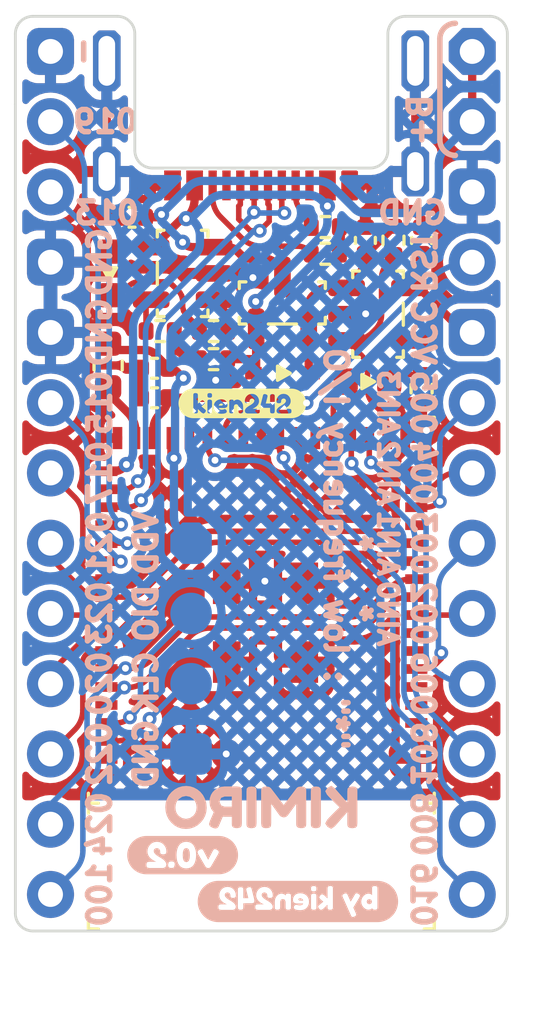
<source format=kicad_pcb>
(kicad_pcb (version 20211014) (generator pcbnew)
  (layers (0 "F.Cu" signal) (31 "B.Cu" signal) (34 "B.Paste" user) (35 "F.Paste" user) (36 "B.SilkS" user "B.Silkscreen") (37 "F.SilkS" user "F.Silkscreen") (38 "B.Mask" user) (39 "F.Mask" user) (44 "Edge.Cuts" user))
  (net 0 "")
  (net 1 "VBUS")
  (net 2 "GND")
  (net 3 "VDDH")
  (net 4 "VBAT")
  (net 5 "VCC")
  (net 6 "Net-(D2-Pad1)")
  (net 7 "Net-(J2-PadA5)")
  (net 8 "D+")
  (net 9 "D-")
  (net 11 "Net-(J2-PadB5)")
  (net 13 "DCCH")
  (net 14 "POWER_PIN")
  (net 15 "SWCLK")
  (net 16 "SWDIO")
  (net 27 "RST")
  (net 31 "VDD")
  (net 32 "LED")
  (net 35 "Net-(D3-Pad1)")
  (net 36 "Net-(R4-Pad2)")
  (net 37 "Net-(R5-Pad1)")
  (net 39 "019")
  (net 40 "013")
  (net 41 "015")
  (net 42 "017")
  (net 43 "021")
  (net 44 "023")
  (net 45 "020")
  (net 46 "022")
  (net 47 "024")
  (net 48 "100")
  (net 49 "005")
  (net 50 "004")
  (net 51 "003")
  (net 52 "002")
  (net 53 "006")
  (net 54 "108")
  (net 55 "008")
  (net 56 "016")
  (footprint "Diode_SMD:D_SOD-323" (layer "F.Cu") (at 76.962 45.9232 180)
    (fp_text reference "D1")
    (fp_text value "1N5819")
  )
  (footprint "Resistor_SMD:R_0402_1005Metric" (layer "F.Cu") (at 78.5114 40.64)
    (fp_text reference "R1")
    (fp_text value "5.1K")
  )
  (footprint "kibuzzard-62E24B57" (layer "F.Cu") (at 75.5142 47.0154)
    (fp_text reference "kibuzzard-62E24B57" hide)
    (fp_text value "G***" hide)
  )
  (footprint "Inductor_SMD:L_0603_1608Metric" (layer "F.Cu") (at 70.6628 45.6438 90)
    (fp_text reference "L1")
    (fp_text value "10uH")
  )
  (footprint "Capacitor_SMD:C_0402_1005Metric" (layer "F.Cu") (at 72.3392 45.7454 180)
    (fp_text reference "C7")
    (fp_text value "10uF")
  )
  (footprint "Resistor_SMD:R_0402_1005Metric" (layer "F.Cu") (at 81.9912 46.482 90)
    (fp_text reference "R11")
    (fp_text value "1K")
  )
  (footprint "Resistor_SMD:R_0402_1005Metric" (layer "F.Cu") (at 72.5424 44.3992)
    (fp_text reference "R5")
    (fp_text value "RPROG")
  )
  (footprint "kien242:USB-C-Low" (layer "F.Cu") (at 76.1894 38.6265)
    (fp_text reference "J2")
    (fp_text value "USB_C_Left")
  )
  (footprint "Resistor_SMD:R_0402_1005Metric" (layer "F.Cu") (at 78.5114 41.6052 180)
    (fp_text reference "R2")
    (fp_text value "5.1K")
  )
  (footprint "LED_SMD:LED_0603_1608Metric" (layer "F.Cu") (at 70.7136 42.3164 90)
    (fp_text reference "D3")
    (fp_text value "BLUE")
  )
  (footprint "Resistor_SMD:R_0402_1005Metric" (layer "F.Cu") (at 80.9752 41.1226 -90)
    (fp_text reference "R10")
    (fp_text value "10K")
  )
  (footprint "Package_TO_SOT_SMD:SOT-23-5" (layer "F.Cu") (at 73.3552 42.3164 180)
    (fp_text reference "U1")
    (fp_text value "TP4054")
  )
  (footprint "LED_SMD:LED_0603_1608Metric" (layer "F.Cu") (at 80.0354 46.228 180)
    (fp_text reference "D2")
    (fp_text value "BLUE")
  )
  (footprint "Package_TO_SOT_SMD:SOT-23" (layer "F.Cu") (at 76.962 43.3832 90)
    (fp_text reference "Q1")
    (fp_text value "AO3407")
  )
  (footprint "Capacitor_SMD:C_0402_1005Metric" (layer "F.Cu") (at 72.3392 46.8122 180)
    (fp_text reference "C8")
    (fp_text value "0.1uF")
  )
  (footprint "Capacitor_SMD:C_0402_1005Metric" (layer "F.Cu") (at 79.9592 41.1226 -90)
    (fp_text reference "C5")
    (fp_text value "10uF")
  )
  (footprint "Package_TO_SOT_SMD:SOT-23-5" (layer "F.Cu") (at 80.4164 43.7896)
    (fp_text reference "U4")
    (fp_text value "XC6220B331MR")
  )
  (footprint "Resistor_SMD:R_0402_1005Metric" (layer "F.Cu") (at 74.4728 44.3992)
    (fp_text reference "R4")
    (fp_text value "1K")
  )
  (footprint "kien242:MS88SF3-nRF52840" (layer "F.Cu") (at 76.2 56.769 180)
    (fp_text reference "U3")
    (fp_text value "MS88FS3")
  )
  (footprint "Kimiro-library:Conn_1x13_P2.54mm" (layer "F.Cu") (at 83.82 34.29)
    (fp_text reference "J4")
    (fp_text value "Right")
  )
  (footprint "Capacitor_SMD:C_0402_1005Metric" (layer "F.Cu") (at 81.9912 41.1226 -90)
    (fp_text reference "C6")
    (fp_text value "4.7uF")
  )
  (footprint "Capacitor_SMD:C_0402_1005Metric" (layer "F.Cu") (at 71.5264 40.2844 180)
    (fp_text reference "C1")
    (fp_text value "10nF")
  )
  (footprint "Kimiro-library:Conn_1x13_P2.54mm" (layer "F.Cu") (at 68.58 34.29)
    (fp_text reference "J3")
    (fp_text value "Left")
  )
  (footprint "Resistor_SMD:R_0402_1005Metric" (layer "F.Cu") (at 74.4728 45.4152 180)
    (fp_text reference "R3")
    (fp_text value "R")
  )
  (footprint "kibuzzard-62E126A5" (layer "B.Cu") (at 73.3552 63.3476 180)
    (fp_text reference "kibuzzard-62E126A5" hide)
    (fp_text value "G***" hide)
  )
  (footprint "kibuzzard-62E129EE" (layer "B.Cu") (at 77.5208 65.024 180)
    (fp_text reference "kibuzzard-62E129EE" hide)
    (fp_text value "G***" hide)
  )
  (footprint "Kimiro-library:Conn_1x04_P2.54mm" (layer "B.Cu") (at 73.66 55.88 90)
    (fp_text reference "J1")
    (fp_text value "Conn_01x04")
  )
  (footprint "kibuzzard-62E2A6C4" (layer "B.Cu") (at 76.2 61.6204 180)
    (fp_text reference "kibuzzard-62E2A6C4" hide)
    (fp_text value "G***" hide)
  )
  (gr_line (start 82.6516 37.4904) (end 82.6516 33.8328) (layer "B.SilkS") (width 0.2))
  (gr_arc (start 83.2104 38.0492) (mid 82.815269 37.885531) (end 82.6516 37.4904) (layer "B.SilkS") (width 0.2))
  (gr_arc (start 82.6516 33.8328) (mid 82.815269 33.437669) (end 83.2104 33.274) (layer "B.SilkS") (width 0.2))
  (gr_line (start 85.09 58.8518) (end 85.09 65.4558) (layer "Edge.Cuts") (width 0.1))
  (gr_arc (start 70.993 33.02) (mid 71.442013 33.205987) (end 71.628 33.655) (layer "Edge.Cuts") (width 0.1))
  (gr_arc (start 85.09 65.4558) (mid 84.904013 65.904813) (end 84.455 66.0908) (layer "Edge.Cuts") (width 0.1))
  (gr_line (start 85.09 36.195) (end 85.09 33.655) (layer "Edge.Cuts") (width 0.1))
  (gr_line (start 81.407 33.02) (end 84.455 33.02) (layer "Edge.Cuts") (width 0.1))
  (gr_line (start 85.09 58.8518) (end 85.09 36.195) (layer "Edge.Cuts") (width 0.1))
  (gr_line (start 67.31 36.195) (end 67.31 33.655) (layer "Edge.Cuts") (width 0.1))
  (gr_arc (start 80.772 33.655) (mid 80.957987 33.205987) (end 81.407 33.02) (layer "Edge.Cuts") (width 0.1))
  (gr_line (start 80.772 33.655) (end 80.772 37.8714) (layer "Edge.Cuts") (width 0.1))
  (gr_arc (start 80.772 37.8714) (mid 80.586013 38.320413) (end 80.137 38.5064) (layer "Edge.Cuts") (width 0.1))
  (gr_line (start 67.945 66.0908) (end 78.2214 66.0908) (layer "Edge.Cuts") (width 0.1))
  (gr_line (start 72.263 38.5064) (end 80.137 38.5064) (layer "Edge.Cuts") (width 0.1))
  (gr_line (start 70.993 33.02) (end 67.945 33.02) (layer "Edge.Cuts") (width 0.1))
  (gr_arc (start 67.31 33.655) (mid 67.495987 33.205987) (end 67.945 33.02) (layer "Edge.Cuts") (width 0.1))
  (gr_line (start 67.31 65.4558) (end 67.31 36.195) (layer "Edge.Cuts") (width 0.1))
  (gr_line (start 84.455 66.0908) (end 78.2214 66.0908) (layer "Edge.Cuts") (width 0.1))
  (gr_arc (start 72.263 38.5064) (mid 71.813987 38.320413) (end 71.628 37.8714) (layer "Edge.Cuts") (width 0.1))
  (gr_line (start 71.628 33.655) (end 71.628 37.8714) (layer "Edge.Cuts") (width 0.1))
  (gr_arc (start 84.455 33.02) (mid 84.904013 33.205987) (end 85.09 33.655) (layer "Edge.Cuts") (width 0.1))
  (gr_arc (start 67.945 66.0908) (mid 67.495987 65.904813) (end 67.31 65.4558) (layer "Edge.Cuts") (width 0.1))
  (gr_text "RST" (at 82.042 41.91 270) (layer "B.SilkS") (effects (font (size 0.8 0.8) (thickness 0.2)) (justify mirror)))
  (gr_text "*" (at 80.264 54.61 90) (layer "B.SilkS") (effects (font (size 0.8 0.8) (thickness 0.2)) (justify mirror)))
  (gr_text "108" (at 82.042 59.69 270) (layer "B.SilkS") (effects (font (size 0.8 0.8) (thickness 0.2)) (justify mirror)))
  (gr_text "AIN2" (at 80.772 49.53 270) (layer "B.SilkS") (effects (font (size 0.7 0.7) (thickness 0.175)) (justify mirror)))
  (gr_text "006" (at 82.042 57.15 270) (layer "B.SilkS") (effects (font (size 0.8 0.8) (thickness 0.2)) (justify mirror)))
  (gr_text "022" (at 70.358 59.69 90) (layer "B.SilkS") (effects (font (size 0.8 0.8) (thickness 0.2)) (justify mirror)))
  (gr_text "GND" (at 70.358 41.91 90) (layer "B.SilkS") (effects (font (size 0.8 0.8) (thickness 0.2)) (justify mirror)))
  (gr_text "024" (at 70.358 62.23 90) (layer "B.SilkS") (effects (font (size 0.8 0.8) (thickness 0.2)) (justify mirror)))
  (gr_text "016\n" (at 82.042 64.77 270) (layer "B.SilkS") (effects (font (size 0.8 0.8) (thickness 0.2)) (justify mirror)))
  (gr_text "015\n" (at 70.358 46.99 90) (layer "B.SilkS") (effects (font (size 0.8 0.8) (thickness 0.2)) (justify mirror)))
  (gr_text "CLK" (at 72.0344 57.1246 90) (layer "B.SilkS") (effects (font (size 0.8 0.8) (thickness 0.2)) (justify mirror)))
  (gr_text "017" (at 70.358 49.53 90) (layer "B.SilkS") (effects (font (size 0.8 0.8) (thickness 0.2)) (justify mirror)))
  (gr_text "005" (at 82.042 46.99 270) (layer "B.SilkS") (effects (font (size 0.8 0.8) (thickness 0.2)) (justify mirror)))
  (gr_text "{dblquote}*{dblquote} : low frequency I/O" (at 78.8924 52.2732 270) (layer "B.SilkS") (effects (font (size 0.8 0.8) (thickness 0.2)) (justify mirror)))
  (gr_text "002" (at 82.042 54.61 270) (layer "B.SilkS") (effects (font (size 0.8 0.8) (thickness 0.2)) (justify mirror)))
  (gr_text "B+" (at 81.9404 36.7792 90) (layer "B.SilkS") (effects (font (size 0.8 0.8) (thickness 0.2)) (justify mirror)))
  (gr_text "VDD" (at 72.0344 52.07 90) (layer "B.SilkS") (effects (font (size 0.8 0.8) (thickness 0.2)) (justify mirror)))
  (gr_text "DIO" (at 72.0344 54.61 90) (layer "B.SilkS") (effects (font (size 0.8 0.8) (thickness 0.2)) (justify mirror)))
  (gr_text "023" (at 70.358 54.61 90) (layer "B.SilkS") (effects (font (size 0.8 0.8) (thickness 0.2)) (justify mirror)))
  (gr_text "-" (at 69.723 34.29 90) (layer "B.SilkS") (effects (font (size 0.8 0.8) (thickness 0.2)) (justify mirror)))
  (gr_text "GND" (at 81.661 40.12695) (layer "B.SilkS") (effects (font (size 0.8 0.8) (thickness 0.2)) (justify mirror)))
  (gr_text "VCC" (at 82.042 44.45 270) (layer "B.SilkS") (effects (font (size 0.8 0.8) (thickness 0.2)) (justify mirror)))
  (gr_text "004" (at 82.042 49.53 270) (layer "B.SilkS") (effects (font (size 0.8 0.8) (thickness 0.2)) (justify mirror)))
  (gr_text "021" (at 70.358 52.07 90) (layer "B.SilkS") (effects (font (size 0.8 0.8) (thickness 0.2)) (justify mirror)))
  (gr_text "008" (at 82.042 62.23 270) (layer "B.SilkS") (effects (font (size 0.8 0.8) (thickness 0.2)) (justify mirror)))
  (gr_text "GND" (at 72.0344 59.69 90) (layer "B.SilkS") (effects (font (size 0.8 0.8) (thickness 0.2)) (justify mirror)))
  (gr_text "003" (at 82.042 52.07 270) (layer "B.SilkS") (effects (font (size 0.8 0.8) (thickness 0.2)) (justify mirror)))
  (gr_text "*" (at 80.264 52.07 90) (layer "B.SilkS") (effects (font (size 0.8 0.8) (thickness 0.2)) (justify mirror)))
  (gr_text "AIN0" (at 80.772 54.61 270) (layer "B.SilkS") (effects (font (size 0.7 0.7) (thickness 0.175)) (justify mirror)))
  (gr_text "013\n" (at 70.612 40.132) (layer "B.SilkS") (effects (font (size 0.8 0.8) (thickness 0.2)) (justify mirror)))
  (gr_text "AIN1" (at 80.772 52.07 270) (layer "B.SilkS") (effects (font (size 0.7 0.7) (thickness 0.175)) (justify mirror)))
  (gr_text "020" (at 70.358 57.15 90) (layer "B.SilkS") (effects (font (size 0.8 0.8) (thickness 0.2)) (justify mirror)))
  (gr_text "100" (at 70.358 64.77 90) (layer "B.SilkS") (effects (font (size 0.8 0.8) (thickness 0.2)) (justify mirror)))
  (gr_text "GND" (at 70.358 44.45 90) (layer "B.SilkS") (effects (font (size 0.8 0.8) (thickness 0.2)) (justify mirror)))
  (gr_text "019" (at 70.5612 36.83) (layer "B.SilkS") (effects (font (size 0.8 0.8) (thickness 0.2)) (justify mirror)))
  (gr_text "AIN3" (at 80.772 46.99 270) (layer "B.SilkS") (effects (font (size 0.7 0.7) (thickness 0.175)) (justify mirror)))
  (segment (start 73.7894 39.613786) (end 73.7894 39.1345) (width 0.3) (layer "F.Cu") (net 1))
  (segment (start 73.4822 40.3352) (end 73.496507 40.320893) (width 0.3) (layer "F.Cu") (net 1))
  (segment (start 73.323931 40.3352) (end 72.292731 41.3664) (width 0.3) (layer "F.Cu") (net 1))
  (segment (start 72.292731 41.3664) (end 71.0793 41.3664) (width 0.3) (layer "F.Cu") (net 1))
  (segment (start 71.0793 41.3664) (end 70.7136 41.7321) (width 0.3) (layer "F.Cu") (net 1))
  (segment (start 78.5876 39.1363) (end 78.5894 39.1345) (width 0.3) (layer "F.Cu") (net 1))
  (segment (start 76.012 44.3207) (end 76.012 45.3746) (width 0.3) (layer "F.Cu") (net 1))
  (segment (start 76.012 45.874) (end 75.912 45.974) (width 0.3) (layer "F.Cu") (net 1))
  (segment (start 71.3232 49.2252) (end 71.225846 49.322554) (width 0.3) (layer "F.Cu") (net 1))
  (segment (start 78.5876 39.878) (end 78.5876 39.1363) (width 0.3) (layer "F.Cu") (net 1))
  (segment (start 75.9714 45.4152) (end 76.012 45.3746) (width 0.3) (layer "F.Cu") (net 1))
  (segment (start 70.872293 49.469) (end 70.6 49.469) (width 0.3) (layer "F.Cu") (net 1))
  (segment (start 76.012 43.3476) (end 76.012 44.3207) (width 0.3) (layer "F.Cu") (net 1))
  (segment (start 76.012 45.3746) (end 76.012 45.874) (width 0.3) (layer "F.Cu") (net 1))
  (segment (start 74.9828 45.4152) (end 75.9714 45.4152) (width 0.3) (layer "F.Cu") (net 1))
  (segment (start 75.9968 43.3324) (end 76.012 43.3476) (width 0.3) (layer "F.Cu") (net 1))
  (segment (start 73.4822 40.3352) (end 73.323931 40.3352) (width 0.3) (layer "F.Cu") (net 1))
  (via (at 75.9968 43.3324) (size 0.55) (drill 0.25) (layers "F.Cu" "B.Cu") (net 1))
  (via (at 78.5876 39.878) (size 0.55) (drill 0.25) (layers "F.Cu" "B.Cu") (net 1))
  (via (at 71.3232 49.2252) (size 0.55) (drill 0.25) (layers "F.Cu" "B.Cu") (net 1))
  (via (at 73.4822 40.3352) (size 0.55) (drill 0.25) (layers "F.Cu" "B.Cu") (net 1))
  (arc (start 70.872293 49.469) (mid 71.063634 49.43094) (end 71.225846 49.322554) (width 0.3) (layer "F.Cu") (net 1))
  (arc (start 73.7894 39.613786) (mid 73.71328 39.996469) (end 73.496507 40.320893) (width 0.3) (layer "F.Cu") (net 1))
  (segment (start 74.83426 39.4716) (end 77.5462 39.4716) (width 0.3) (layer "B.Cu") (net 1))
  (segment (start 73.4822 40.3352) (end 73.66 40.3352) (width 0.3) (layer "B.Cu") (net 1))
  (segment (start 71.419336 49.129064) (end 71.3232 49.2252) (width 0.3) (layer "B.Cu") (net 1))
  (segment (start 73.832649 41.599693) (end 71.858676 43.573666) (width 0.3) (layer "B.Cu") (net 1))
  (segment (start 73.979096 40.964956) (end 73.979096 41.246139) (width 0.3) (layer "B.Cu") (net 1))
  (segment (start 78.5876 40.43094) (end 78.5876 39.878) (width 0.3) (layer "B.Cu") (net 1))
  (segment (start 77.5462 39.4716) (end 77.87054 39.4716) (width 0.3) (layer "B.Cu") (net 1))
  (segment (start 78.40087 39.69127) (end 78.5876 39.878) (width 0.3) (layer "B.Cu") (net 1))
  (segment (start 71.565783 44.280773) (end 71.565783 48.77551) (width 0.3) (layer "B.Cu") (net 1))
  (segment (start 77.5462 39.4716) (end 77.5716 39.4716) (width 0.3) (layer "B.Cu") (net 1))
  (segment (start 73.66 40.3352) (end 74.30393 39.69127) (width 0.3) (layer "B.Cu") (net 1))
  (segment (start 73.66 40.3352) (end 73.759426 40.434626) (width 0.3) (layer "B.Cu") (net 1))
  (segment (start 75.9968 43.3324) (end 78.36793 40.96127) (width 0.3) (layer "B.Cu") (net 1))
  (arc (start 73.979096 40.964956) (mid 73.922006 40.677943) (end 73.759426 40.434626) (width 0.3) (layer "B.Cu") (net 1))
  (arc (start 74.30393 39.69127) (mid 74.547247 39.52869) (end 74.83426 39.4716) (width 0.3) (layer "B.Cu") (net 1))
  (arc (start 71.419336 49.129064) (mid 71.527723 48.966852) (end 71.565783 48.77551) (width 0.3) (layer "B.Cu") (net 1))
  (arc (start 78.5876 40.43094) (mid 78.53051 40.717953) (end 78.36793 40.96127) (width 0.3) (layer "B.Cu") (net 1))
  (arc (start 77.87054 39.4716) (mid 78.157553 39.52869) (end 78.40087 39.69127) (width 0.3) (layer "B.Cu") (net 1))
  (arc (start 73.979096 41.246139) (mid 73.941036 41.437481) (end 73.832649 41.599693) (width 0.3) (layer "B.Cu") (net 1))
  (arc (start 71.565783 44.280773) (mid 71.641903 43.89809) (end 71.858676 43.573666) (width 0.3) (layer "B.Cu") (net 1))
  (segment (start 81.661 40.005) (end 81.3816 40.005) (width 0.3) (layer "F.Cu") (net 2))
  (segment (start 81.7644 38.6305) (end 81.7644 34.6305) (width 0.3) (layer "F.Cu") (net 2))
  (segment (start 79.0214 41.6052) (end 79.0214 40.64) (width 0.3) (layer "F.Cu") (net 2))
  (segment (start 75.8952 42.4688) (end 75.7428 42.3164) (width 0.3) (layer "F.Cu") (net 2))
  (segment (start 81.9912 40.3352) (end 81.661 40.005) (width 0.3) (layer "F.Cu") (net 2))
  (segment (start 73.9628 45.4152) (end 73.841707 45.4152) (width 0.3) (layer "F.Cu") (net 2))
  (segment (start 71.0464 40.0786) (end 71.9513 39.1737) (width 0.3) (layer "F.Cu") (net 2))
  (segment (start 73.0524 44.625893) (end 73.0524 44.3992) (width 0.3) (layer "F.Cu") (net 2))
  (segment (start 80.264 39.7256) (end 80.264 39.3192) (width 0.3) (layer "F.Cu") (net 2))
  (segment (start 79.2281 43.7896) (end 79.956367 43.7896) (width 0.3) (layer "F.Cu") (net 2))
  (segment (start 81.7361 38.6588) (end 80.9244 38.6588) (width 0.3) (layer "F.Cu") (net 2))
  (segment (start 79.9566 40.64) (end 79.9592 40.6426) (width 0.3) (layer "F.Cu") (net 2))
  (segment (start 74.0918 46.1772) (end 74.0056 46.091) (width 0.3) (layer "F.Cu") (net 2))
  (segment (start 75.7428 42.3164) (end 74.4927 42.3164) (width 0.3) (layer "F.Cu") (net 2))
  (segment (start 79.956367 43.7896) (end 79.9689 43.777067) (width 0.3) (layer "F.Cu") (net 2))
  (segment (start 71.9513 39.1345) (end 71.4473 38.6305) (width 0.3) (layer "F.Cu") (net 2))
  (segment (start 71.9513 39.1737) (end 71.9513 39.1345) (width 0.3) (layer "F.Cu") (net 2))
  (segment (start 80.0285 39.1345) (end 80.0793 39.1345) (width 0.3) (layer "F.Cu") (net 2))
  (segment (start 73.488153 45.268753) (end 73.198846 44.979446) (width 0.3) (layer "F.Cu") (net 2))
  (segment (start 79.9592 40.6426) (end 79.9592 40.0304) (width 0.3) (layer "F.Cu") (net 2))
  (segment (start 74.549 46.1772) (end 74.0918 46.1772) (width 0.3) (layer "F.Cu") (net 2))
  (segment (start 81.9912 40.6426) (end 81.9912 40.3352) (width 0.3) (layer "F.Cu") (net 2))
  (segment (start 70.612 40.2844) (end 70.5612 40.2336) (width 0.3) (layer "F.Cu") (net 2))
  (segment (start 80.264 39.3192) (end 80.4487 39.1345) (width 0.3) (layer "F.Cu") (net 2))
  (segment (start 81.4 48.6988) (end 80.8736 49.2252) (width 0.3) (layer "F.Cu") (net 2))
  (segment (start 82.166359 48.084841) (end 81.9822 48.269) (width 0.3) (layer "F.Cu") (net 2))
  (segment (start 74.0056 45.458) (end 73.9628 45.4152) (width 0.3) (layer "F.Cu") (net 2))
  (segment (start 68.58 44.4246) (end 68.58 41.8846) (width 0.5) (layer "F.Cu") (net 2))
  (segment (start 70.6144 40.1804) (end 70.6144 38.6305) (width 0.3) (layer "F.Cu") (net 2))
  (segment (start 82.166359 47.991945) (end 82.166359 48.084841) (width 0.3) (layer "F.Cu") (net 2))
  (segment (start 70.6144 38.6305) (end 70.6144 34.6305) (width 0.3) (layer "F.Cu") (net 2))
  (segment (start 80.4487 39.1345) (end 80.0285 39.1345) (width 0.3) (layer "F.Cu") (net 2))
  (segment (start 80.038 39.144) (end 80.0285 39.1345) (width 0.3) (layer "F.Cu") (net 2))
  (segment (start 71.8592 46.8122) (end 71.8592 45.7454) (width 0.3) (layer "F.Cu") (net 2))
  (segment (start 79.0214 40.64) (end 79.9566 40.64) (width 0.3) (layer "F.Cu") (net 2))
  (segment (start 79.9592 40.0304) (end 80.264 39.7256) (width 0.3) (layer "F.Cu") (net 2))
  (segment (start 71.4473 38.6305) (end 70.6144 38.6305) (width 0.3) (layer "F.Cu") (net 2))
  (segment (start 71.0464 40.2844) (end 71.0464 40.0786) (width 0.3) (layer "F.Cu") (net 2))
  (segment (start 79.3894 39.1345) (end 80.0285 39.1345) (width 0.3) (layer "F.Cu") (net 2))
  (segment (start 72.9894 39.1345) (end 71.9513 39.1345) (width 0.3) (layer "F.Cu") (net 2))
  (segment (start 80.9244 38.6588) (end 80.4487 39.1345) (width 0.3) (layer "F.Cu") (net 2))
  (segment (start 70.9168 40.2844) (end 70.612 40.2844) (width 0.3) (layer "F.Cu") (net 2))
  (segment (start 70.5612 40.2336) (end 70.6144 40.1804) (width 0.3) (layer "F.Cu") (net 2))
  (segment (start 81.7644 38.6305) (end 81.7361 38.6588) (width 0.3) (layer "F.Cu") (net 2))
  (segment (start 81.4 48.269) (end 81.4 48.6988) (width 0.3) (layer "F.Cu") (net 2))
  (segment (start 81.9822 48.269) (end 81.4 48.269) (width 0.3) (layer "F.Cu") (net 2))
  (segment (start 74.0056 46.091) (end 74.0056 45.458) (width 0.3) (layer "F.Cu") (net 2))
  (segment (start 80.0793 39.1345) (end 80.264 39.3192) (width 0.3) (layer "F.Cu") (net 2))
  (via (at 74.549 46.1772) (size 0.55) (drill 0.25) (layers "F.Cu" "B.Cu") (net 2))
  (via (at 79.9689 43.777067) (size 0.55) (drill 0.25) (layers "F.Cu" "B.Cu") (net 2))
  (via (at 82.166359 47.991945) (size 0.55) (drill 0.25) (layers "F.Cu" "B.Cu") (net 2))
  (via (at 74.93 59.69) (size 0.5) (drill 0.25) (layers "F.Cu" "B.Cu") (net 2))
  (via (at 76.327 53.4416) (size 0.5) (drill 0.25) (layers "F.Cu" "B.Cu") (net 2))
  (via (at 75.8952 42.4688) (size 0.55) (drill 0.25) (layers "F.Cu" "B.Cu") (net 2))
  (arc (start 73.198846 44.979446) (mid 73.09046 44.817234) (end 73.0524 44.625893) (width 0.3) (layer "F.Cu") (net 2))
  (arc (start 73.488153 45.268753) (mid 73.650365 45.37714) (end 73.841707 45.4152) (width 0.3) (layer "F.Cu") (net 2))
  (segment (start 68.58 44.45) (end 68.58 41.91) (width 0.5) (layer "B.Cu") (net 2))
  (segment (start 77.912 43.478507) (end 77.912 44.3207) (width 0.3) (layer "F.Cu") (net 3))
  (segment (start 72.8192 46.8122) (end 76.55248 46.8122) (width 0.3) (layer "F.Cu") (net 3))
  (segment (start 79.2281 42.8396) (end 79.682682 42.385018) (width 0.3) (layer "F.Cu") (net 3))
  (segment (start 72.601844 47.336956) (end 72.51967 47.41913) (width 0.3) (layer "F.Cu") (net 3))
  (segment (start 78.197353 42.986047) (end 78.058446 43.124954) (width 0.3) (layer "F.Cu") (net 3))
  (segment (start 79.2789 42.8396) (end 78.550907 42.8396) (width 0.3) (layer "F.Cu") (net 3))
  (segment (start 77.912 44.3207) (end 77.912 45.874) (width 0.3) (layer "F.Cu") (net 3))
  (segment (start 80.966765 40.638) (end 81.0768 40.638) (width 0.3) (layer "F.Cu") (net 3))
  (segment (start 77.61314 46.37286) (end 78.012 45.974) (width 0.3) (layer "F.Cu") (net 3))
  (segment (start 80.01 41.594765) (end 80.966765 40.638) (width 0.3) (layer "F.Cu") (net 3))
  (segment (start 77.912 45.874) (end 78.012 45.974) (width 0.3) (layer "F.Cu") (net 3))
  (segment (start 72.3 47.94946) (end 72.3 48.269) (width 0.3) (layer "F.Cu") (net 3))
  (arc (start 78.058446 43.124954) (mid 77.95006 43.287166) (end 77.912 43.478507) (width 0.3) (layer "F.Cu") (net 3))
  (arc (start 80.01 41.594765) (mid 79.924933 42.022464) (end 79.682682 42.385018) (width 0.3) (layer "F.Cu") (net 3))
  (arc (start 72.51967 47.41913) (mid 72.35709 47.662447) (end 72.3 47.94946) (width 0.3) (layer "F.Cu") (net 3))
  (arc (start 76.55248 46.8122) (mid 77.126505 46.698019) (end 77.61314 46.37286) (width 0.3) (layer "F.Cu") (net 3))
  (arc (start 78.197353 42.986047) (mid 78.359565 42.87766) (end 78.550907 42.8396) (width 0.3) (layer "F.Cu") (net 3))
  (arc (start 72.8192 46.8122) (mid 72.762711 47.096201) (end 72.601844 47.336956) (width 0.3) (layer "F.Cu") (net 3))
  (segment (start 74.4927 41.3664) (end 73.738652 41.3664) (width 0.3) (layer "F.Cu") (net 4))
  (segment (start 72.593177 40.182777) (end 72.491554 40.2844) (width 0.3) (layer "F.Cu") (net 4))
  (segment (start 83.82 34.29) (end 83.82 36.83) (width 0.3) (layer "F.Cu") (net 4))
  (segment (start 76.321772 41.781679) (end 75.806182 41.781679) (width 0.3) (layer "F.Cu") (net 4))
  (segment (start 75.452628 41.635232) (end 75.330244 41.512847) (width 0.3) (layer "F.Cu") (net 4))
  (segment (start 72.491554 40.2844) (end 72.1588 40.2844) (width 0.3) (layer "F.Cu") (net 4))
  (segment (start 74.97669 41.3664) (end 74.4927 41.3664) (width 0.3) (layer "F.Cu") (net 4))
  (segment (start 76.962 42.4457) (end 76.962 42.2148) (width 0.3) (layer "F.Cu") (net 4))
  (segment (start 76.962 42.2148) (end 76.675325 41.928125) (width 0.3) (layer "F.Cu") (net 4))
  (segment (start 73.38513 41.219953) (end 73.354096 41.188919) (width 0.3) (layer "F.Cu") (net 4))
  (via (at 72.593177 40.182777) (size 0.55) (drill 0.25) (layers "F.Cu" "B.Cu") (net 4))
  (via (at 73.354096 41.188919) (size 0.55) (drill 0.25) (layers "F.Cu" "B.Cu") (net 4))
  (arc (start 76.675325 41.928125) (mid 76.513113 41.819739) (end 76.321772 41.781679) (width 0.3) (layer "F.Cu") (net 4))
  (arc (start 73.738652 41.3664) (mid 73.547334 41.328343) (end 73.38513 41.219953) (width 0.3) (layer "F.Cu") (net 4))
  (arc (start 75.452628 41.635232) (mid 75.61484 41.743619) (end 75.806182 41.781679) (width 0.3) (layer "F.Cu") (net 4))
  (arc (start 74.97669 41.3664) (mid 75.168032 41.40446) (end 75.330244 41.512847) (width 0.3) (layer "F.Cu") (net 4))
  (segment (start 79.579037 39.985553) (end 78.784754 39.19127) (width 0.3) (layer "B.Cu") (net 4))
  (segment (start 72.593177 40.428) (end 73.354096 41.188919) (width 0.3) (layer "B.Cu") (net 4))
  (segment (start 83.82 36.83) (end 82.83407 37.81593) (width 0.3) (layer "B.Cu") (net 4))
  (segment (start 72.593177 40.182777) (end 72.593177 40.428) (width 0.3) (layer "B.Cu") (net 4))
  (segment (start 72.593177 40.162539) (end 72.593177 40.182777) (width 0.3) (layer "B.Cu") (net 4))
  (segment (start 73.564446 39.19127) (end 72.593177 40.162539) (width 0.3) (layer "B.Cu") (net 4))
  (segment (start 82.6144 38.34626) (end 82.6144 39.327093) (width 0.3) (layer "B.Cu") (net 4))
  (segment (start 78.254424 38.9716) (end 74.094776 38.9716) (width 0.3) (layer "B.Cu") (net 4))
  (segment (start 82.467953 39.680647) (end 82.163046 39.985554) (width 0.3) (layer "B.Cu") (net 4))
  (segment (start 81.809493 40.132) (end 79.932591 40.132) (width 0.3) (layer "B.Cu") (net 4))
  (arc (start 82.83407 37.81593) (mid 82.67149 38.059247) (end 82.6144 38.34626) (width 0.3) (layer "B.Cu") (net 4))
  (arc (start 79.579037 39.985553) (mid 79.741249 40.09394) (end 79.932591 40.132) (width 0.3) (layer "B.Cu") (net 4))
  (arc (start 81.809493 40.132) (mid 82.000834 40.09394) (end 82.163046 39.985554) (width 0.3) (layer "B.Cu") (net 4))
  (arc (start 74.094776 38.9716) (mid 73.807763 39.02869) (end 73.564446 39.19127) (width 0.3) (layer "B.Cu") (net 4))
  (arc (start 82.6144 39.327093) (mid 82.57634 39.518435) (end 82.467953 39.680647) (width 0.3) (layer "B.Cu") (net 4))
  (arc (start 78.784754 39.19127) (mid 78.541437 39.02869) (end 78.254424 38.9716) (width 0.3) (layer "B.Cu") (net 4))
  (segment (start 83.5152 44.45) (end 83.82 44.45) (width 0.3) (layer "F.Cu") (net 5))
  (segment (start 81.5031 42.8396) (end 81.7982 42.8396) (width 0.3) (layer "F.Cu") (net 5))
  (segment (start 81.5031 42.8396) (end 81.9048 42.8396) (width 0.3) (layer "F.Cu") (net 5))
  (segment (start 81.9048 42.8396) (end 83.5152 44.45) (width 0.3) (layer "F.Cu") (net 5))
  (segment (start 81.9912 41.6026) (end 81.9912 42.6466) (width 0.3) (layer "F.Cu") (net 5))
  (segment (start 81.7982 42.8396) (end 81.9912 42.6466) (width 0.3) (layer "F.Cu") (net 5))
  (segment (start 81.0027 45.972) (end 80.8483 46.1264) (width 0.2) (layer "F.Cu") (net 6))
  (segment (start 81.9912 45.972) (end 81.0027 45.972) (width 0.2) (layer "F.Cu") (net 6))
  (segment (start 77.976 40.64) (end 78.0776 40.64) (width 0.2) (layer "F.Cu") (net 7))
  (segment (start 77.65907 40.060552) (end 77.976 40.377482) (width 0.2) (layer "F.Cu") (net 7))
  (segment (start 77.976 40.377482) (end 77.976 40.64) (width 0.2) (layer "F.Cu") (net 7))
  (segment (start 77.4394 39.1345) (end 77.4394 39.530222) (width 0.2) (layer "F.Cu") (net 7))
  (arc (start 77.4394 39.530222) (mid 77.49649 39.817235) (end 77.65907 40.060552) (width 0.2) (layer "F.Cu") (net 7))
  (segment (start 76.482672 40.433142) (end 76.482672 39.849917) (width 0.2) (layer "F.Cu") (net 8))
  (segment (start 76.141854 40.77396) (end 75.80056 40.77396) (width 0.2) (layer "F.Cu") (net 8))
  (segment (start 75.383172 39.878493) (end 75.4394 39.822265) (width 0.2) (layer "F.Cu") (net 8))
  (segment (start 75.80056 40.77396) (end 75.383172 40.356572) (width 0.2) (layer "F.Cu") (net 8))
  (segment (start 75.4394 39.822265) (end 75.4394 39.1345) (width 0.2) (layer "F.Cu") (net 8))
  (segment (start 75.383172 40.356572) (end 75.383172 39.878493) (width 0.2) (layer "F.Cu") (net 8))
  (segment (start 71.391915 50.769) (end 70.6 50.769) (width 0.2) (layer "F.Cu") (net 8))
  (segment (start 71.852031 50.515991) (end 71.745468 50.622554) (width 0.2) (layer "F.Cu") (net 8))
  (segment (start 76.482672 39.849917) (end 76.4394 39.806645) (width 0.2) (layer "F.Cu") (net 8))
  (segment (start 76.4394 39.806645) (end 76.4394 39.3055) (width 0.2) (layer "F.Cu") (net 8))
  (segment (start 76.141854 40.77396) (end 76.482672 40.433142) (width 0.2) (layer "F.Cu") (net 8))
  (via (at 71.852031 50.515991) (size 0.5) (drill 0.25) (layers "F.Cu" "B.Cu") (net 8))
  (via (at 76.141854 40.77396) (size 0.5) (drill 0.25) (layers "F.Cu" "B.Cu") (net 8))
  (arc (start 71.745468 50.622554) (mid 71.583256 50.73094) (end 71.391915 50.769) (width 0.2) (layer "F.Cu") (net 8))
  (segment (start 76.141854 40.77396) (end 75.931175 40.77396) (width 0.2) (layer "B.Cu") (net 8))
  (segment (start 72.319337 50.048685) (end 71.852031 50.515991) (width 0.2) (layer "B.Cu") (net 8))
  (segment (start 72.465783 44.653566) (end 72.465783 49.695132) (width 0.2) (layer "B.Cu") (net 8))
  (segment (start 75.931175 40.77396) (end 72.758676 43.946459) (width 0.2) (layer "B.Cu") (net 8))
  (arc (start 72.465783 49.695132) (mid 72.427723 49.886473) (end 72.319337 50.048685) (width 0.2) (layer "B.Cu") (net 8))
  (arc (start 72.758676 43.946459) (mid 72.541903 44.270882) (end 72.465783 44.653566) (width 0.2) (layer "B.Cu") (net 8))
  (segment (start 70.6 50.119) (end 71.238818 50.119) (width 0.2) (layer "F.Cu") (net 9))
  (segment (start 76.94726 39.31336) (end 76.9394 39.3055) (width 0.2) (layer "F.Cu") (net 9))
  (segment (start 76.9394 39.1345) (end 76.9394 40.039228) (width 0.2) (layer "F.Cu") (net 9))
  (segment (start 75.933172 40.106311) (end 75.9394 40.100083) (width 0.2) (layer "F.Cu") (net 9))
  (segment (start 75.9394 40.100083) (end 75.9394 39.3055) (width 0.2) (layer "F.Cu") (net 9))
  (segment (start 71.592372 49.972553) (end 71.739292 49.825633) (width 0.2) (layer "F.Cu") (net 9))
  (segment (start 77.032172 40.132) (end 76.95512 40.054948) (width 0.2) (layer "F.Cu") (net 9))
  (segment (start 76.9394 40.039228) (end 77.032172 40.132) (width 0.2) (layer "F.Cu") (net 9))
  (via (at 71.739292 49.825633) (size 0.5) (drill 0.25) (layers "F.Cu" "B.Cu") (net 9))
  (via (at 75.933172 40.106311) (size 0.5) (drill 0.25) (layers "F.Cu" "B.Cu") (net 9))
  (via (at 77.032172 40.132) (size 0.5) (drill 0.25) (layers "F.Cu" "B.Cu") (net 9))
  (arc (start 71.238818 50.119) (mid 71.43016 50.08094) (end 71.592372 49.972553) (width 0.2) (layer "F.Cu") (net 9))
  (arc (start 76.95512 39.332335) (mid 76.953077 39.322065) (end 76.94726 39.31336) (width 0.2) (layer "F.Cu") (net 9))
  (segment (start 72.015783 44.467169) (end 72.015783 49.342035) (width 0.2) (layer "B.Cu") (net 9))
  (segment (start 71.869336 49.695589) (end 71.739292 49.825633) (width 0.2) (layer "B.Cu") (net 9))
  (segment (start 75.958861 40.132) (end 77.032172 40.132) (width 0.2) (layer "B.Cu") (net 9))
  (segment (start 75.933172 40.135566) (end 72.308676 43.760062) (width 0.2) (layer "B.Cu") (net 9))
  (arc (start 72.015783 49.342035) (mid 71.977723 49.533377) (end 71.869336 49.695589) (width 0.2) (layer "B.Cu") (net 9))
  (arc (start 72.308676 43.760062) (mid 72.091913 44.084491) (end 72.015783 44.467169) (width 0.2) (layer "B.Cu") (net 9))
  (segment (start 74.4394 39.1345) (end 74.4394 39.571393) (width 0.2) (layer "F.Cu") (net 11))
  (segment (start 76.199686 41.331679) (end 77.520772 41.331679) (width 0.2) (layer "F.Cu") (net 11))
  (segment (start 77.874326 41.478126) (end 78.0014 41.6052) (width 0.2) (layer "F.Cu") (net 11))
  (segment (start 74.732293 40.2785) (end 75.492579 41.038786) (width 0.2) (layer "F.Cu") (net 11))
  (arc (start 76.199686 41.331679) (mid 75.817003 41.255559) (end 75.492579 41.038786) (width 0.2) (layer "F.Cu") (net 11))
  (arc (start 74.4394 39.571393) (mid 74.51552 39.954076) (end 74.732293 40.2785) (width 0.2) (layer "F.Cu") (net 11))
  (arc (start 77.520772 41.331679) (mid 77.712114 41.369739) (end 77.874326 41.478126) (width 0.2) (layer "F.Cu") (net 11))
  (segment (start 70.6628 46.6344) (end 70.6628 46.4313) (width 0.3) (layer "F.Cu") (net 13))
  (segment (start 71.65 48.269) (end 71.65 48.021657) (width 0.3) (layer "F.Cu") (net 13))
  (segment (start 71.367118 47.338718) (end 70.6628 46.6344) (width 0.3) (layer "F.Cu") (net 13))
  (arc (start 71.367118 47.338718) (mid 71.576482 47.652053) (end 71.65 48.021657) (width 0.3) (layer "F.Cu") (net 13))
  (segment (start 80.5434 42.50006) (end 80.5434 43.80914) (width 0.2) (layer "F.Cu") (net 14))
  (segment (start 80.0354 45.80676) (end 80.0354 46.50154) (width 0.2) (layer "F.Cu") (net 14))
  (segment (start 81.0788 41.6052) (end 81.0788 41.654) (width 0.2) (layer "F.Cu") (net 14))
  (segment (start 79.2789 44.7396) (end 79.81573 45.27643) (width 0.2) (layer "F.Cu") (net 14))
  (segment (start 80.32373 44.33947) (end 80.216493 44.446707) (width 0.2) (layer "F.Cu") (net 14))
  (segment (start 80.25507 47.03187) (end 80.53033 47.30713) (width 0.2) (layer "F.Cu") (net 14))
  (segment (start 79.509386 44.7396) (end 79.2789 44.7396) (width 0.2) (layer "F.Cu") (net 14))
  (segment (start 80.75 47.83746) (end 80.75 48.269) (width 0.2) (layer "F.Cu") (net 14))
  (segment (start 81.0788 41.654) (end 80.76307 41.96973) (width 0.2) (layer "F.Cu") (net 14))
  (arc (start 80.216493 44.446707) (mid 79.89207 44.66348) (end 79.509386 44.7396) (width 0.2) (layer "F.Cu") (net 14))
  (arc (start 80.32373 44.33947) (mid 80.48631 44.096153) (end 80.5434 43.80914) (width 0.2) (layer "F.Cu") (net 14))
  (arc (start 79.81573 45.27643) (mid 79.97831 45.519747) (end 80.0354 45.80676) (width 0.2) (layer "F.Cu") (net 14))
  (arc (start 80.76307 41.96973) (mid 80.60049 42.213047) (end 80.5434 42.50006) (width 0.2) (layer "F.Cu") (net 14))
  (arc (start 80.25507 47.03187) (mid 80.09249 46.788553) (end 80.0354 46.50154) (width 0.2) (layer "F.Cu") (net 14))
  (arc (start 80.53033 47.30713) (mid 80.69291 47.550447) (end 80.75 47.83746) (width 0.2) (layer "F.Cu") (net 14))
  (segment (start 72.1614 58.43546) (end 71.670753 58.926107) (width 0.2) (layer "F.Cu") (net 15))
  (segment (start 72.1614 58.42) (end 72.1614 58.43546) (width 0.2) (layer "F.Cu") (net 15))
  (segment (start 70.963646 59.219) (end 70.6 59.219) (width 0.2) (layer "F.Cu") (net 15))
  (via (at 72.1614 58.42) (size 0.5) (drill 0.25) (layers "F.Cu" "B.Cu") (net 15))
  (arc (start 70.963646 59.219) (mid 71.346329 59.14288) (end 71.670753 58.926107) (width 0.2) (layer "F.Cu") (net 15))
  (segment (start 73.66 57.15) (end 73.4314 57.15) (width 0.2) (layer "B.Cu") (net 15))
  (segment (start 73.4314 57.15) (end 72.1614 58.42) (width 0.2) (layer "B.Cu") (net 15))
  (segment (start 70.965538 58.569) (end 70.6 58.569) (width 0.2) (layer "F.Cu") (net 16))
  (via (at 71.451264 58.367778) (size 0.5) (drill 0.25) (layers "F.Cu" "B.Cu") (net 16))
  (arc (start 70.965538 58.569) (mid 71.228385 58.516717) (end 71.451264 58.367778) (width 0.2) (layer "F.Cu") (net 16))
  (segment (start 72.05087 56.21913) (end 73.66 54.61) (width 0.2) (layer "B.Cu") (net 16))
  (segment (start 71.8312 57.677182) (end 71.8312 56.74946) (width 0.2) (layer "B.Cu") (net 16))
  (segment (start 71.451264 58.367778) (end 71.61153 58.207512) (width 0.2) (layer "B.Cu") (net 16))
  (arc (start 72.05087 56.21913) (mid 71.88829 56.462447) (end 71.8312 56.74946) (width 0.2) (layer "B.Cu") (net 16))
  (arc (start 71.61153 58.207512) (mid 71.77411 57.964195) (end 71.8312 57.677182) (width 0.2) (layer "B.Cu") (net 16))
  (segment (start 74.9 47.951124) (end 74.9 48.269) (width 0.2) (layer "F.Cu") (net 27))
  (segment (start 75.07873 47.56527) (end 75.046446 47.597554) (width 0.2) (layer "F.Cu") (net 27))
  (segment (start 77.834711 46.999111) (end 77.707892 47.12593) (width 0.2) (layer "F.Cu") (net 27))
  (segment (start 77.177562 47.3456) (end 75.60906 47.3456) (width 0.2) (layer "F.Cu") (net 27))
  (via (at 77.834711 46.999111) (size 0.5) (drill 0.25) (layers "F.Cu" "B.Cu") (net 27))
  (arc (start 77.177562 47.3456) (mid 77.464575 47.28851) (end 77.707892 47.12593) (width 0.2) (layer "F.Cu") (net 27))
  (arc (start 75.60906 47.3456) (mid 75.322047 47.40269) (end 75.07873 47.56527) (width 0.2) (layer "F.Cu") (net 27))
  (arc (start 74.9 47.951124) (mid 74.938062 47.75977) (end 75.046446 47.597554) (width 0.2) (layer "F.Cu") (net 27))
  (segment (start 77.834711 46.999111) (end 82.290175 42.543647) (width 0.2) (layer "B.Cu") (net 27))
  (arc (start 82.290175 42.543647) (mid 82.992034 42.07468) (end 83.82 41.91) (width 0.2) (layer "B.Cu") (net 27))
  (segment (start 70.8919 45.0854) (end 71.995058 45.0854) (width 0.3) (layer "F.Cu") (net 31))
  (segment (start 72.348612 45.231847) (end 72.8192 45.702435) (width 0.3) (layer "F.Cu") (net 31))
  (segment (start 73.040283 48.9966) (end 72.95 48.906317) (width 0.3) (layer "F.Cu") (net 31))
  (segment (start 73.3806 46.101) (end 73.378499 46.101) (width 0.3) (layer "F.Cu") (net 31))
  (segment (start 73.378499 46.101) (end 73.123376 45.845877) (width 0.3) (layer "F.Cu") (net 31))
  (segment (start 72.95 48.906317) (end 72.95 48.269) (width 0.3) (layer "F.Cu") (net 31))
  (segment (start 70.6628 44.8563) (end 70.8919 45.0854) (width 0.3) (layer "F.Cu") (net 31))
  (segment (start 72.8192 45.702435) (end 72.8192 45.7454) (width 0.3) (layer "F.Cu") (net 31))
  (via (at 73.3806 46.101) (size 0.55) (drill 0.25) (layers "F.Cu" "B.Cu") (net 31))
  (via (at 73.040283 48.9966) (size 0.55) (drill 0.25) (layers "F.Cu" "B.Cu") (net 31))
  (arc (start 73.123376 45.845877) (mid 72.97911 45.771847) (end 72.8192 45.7454) (width 0.3) (layer "F.Cu") (net 31))
  (arc (start 72.348612 45.231847) (mid 72.1864 45.12346) (end 71.995058 45.0854) (width 0.3) (layer "F.Cu") (net 31))
  (segment (start 73.040283 48.9966) (end 73.081594 48.955289) (width 0.3) (layer "B.Cu") (net 31))
  (segment (start 73.228041 46.253559) (end 73.3806 46.101) (width 0.3) (layer "B.Cu") (net 31))
  (segment (start 73.290614 51.700614) (end 73.66 52.07) (width 0.3) (layer "B.Cu") (net 31))
  (segment (start 73.081594 48.955289) (end 73.081594 46.607113) (width 0.3) (layer "B.Cu") (net 31))
  (segment (start 73.040283 48.9966) (end 73.040283 51.096261) (width 0.3) (layer "B.Cu") (net 31))
  (arc (start 73.081594 46.607113) (mid 73.119654 46.415771) (end 73.228041 46.253559) (width 0.3) (layer "B.Cu") (net 31))
  (arc (start 73.290614 51.700614) (mid 73.105342 51.423334) (end 73.040283 51.096261) (width 0.3) (layer "B.Cu") (net 31))
  (segment (start 78.8 48.269) (end 78.8 47.269071) (width 0.2) (layer "F.Cu") (net 32))
  (arc (start 79.2733 46.1264) (mid 78.92301 46.650653) (end 78.8 47.269071) (width 0.2) (layer "F.Cu") (net 32))
  (segment (start 73.35372 43.246479) (end 73.3552 43.312111) (width 0.2) (layer "F.Cu") (net 35))
  (segment (start 72.664289 42.6212) (end 72.72992 42.622688) (width 0.2) (layer "F.Cu") (net 35))
  (segment (start 73.017842 42.767646) (end 73.208753 42.958557) (width 0.2) (layer "F.Cu") (net 35))
  (segment (start 70.7136 43.1039) (end 70.7136 43.3071) (width 0.2) (layer "F.Cu") (net 35))
  (segment (start 71.081304 43.1039) (end 71.417558 42.767646) (width 0.2) (layer "F.Cu") (net 35))
  (segment (start 70.7136 43.1039) (end 71.081304 43.1039) (width 0.2) (layer "F.Cu") (net 35))
  (segment (start 73.319749 43.119687) (end 73.35372 43.246479) (width 0.2) (layer "F.Cu") (net 35))
  (segment (start 73.254119 43.006008) (end 73.319749 43.119687) (width 0.2) (layer "F.Cu") (net 35))
  (segment (start 73.456286 43.78699) (end 73.501646 43.834446) (width 0.2) (layer "F.Cu") (net 35))
  (segment (start 71.771111 42.6212) (end 72.664289 42.6212) (width 0.2) (layer "F.Cu") (net 35))
  (segment (start 73.3552 43.480893) (end 73.356685 43.546524) (width 0.2) (layer "F.Cu") (net 35))
  (segment (start 73.356685 43.546524) (end 73.390657 43.673313) (width 0.2) (layer "F.Cu") (net 35))
  (segment (start 73.9628 44.2956) (end 73.9628 44.3992) (width 0.2) (layer "F.Cu") (net 35))
  (segment (start 73.390657 43.673313) (end 73.456286 43.78699) (width 0.2) (layer "F.Cu") (net 35))
  (segment (start 72.856709 42.656658) (end 72.970386 42.722287) (width 0.2) (layer "F.Cu") (net 35))
  (segment (start 73.208753 42.958557) (end 73.254119 43.006008) (width 0.2) (layer "F.Cu") (net 35))
  (segment (start 73.3552 43.312111) (end 73.3552 43.480893) (width 0.2) (layer "F.Cu") (net 35))
  (segment (start 72.72992 42.622688) (end 72.856709 42.656658) (width 0.2) (layer "F.Cu") (net 35))
  (segment (start 73.501646 43.834446) (end 73.9628 44.2956) (width 0.2) (layer "F.Cu") (net 35))
  (segment (start 72.970386 42.722287) (end 73.017842 42.767646) (width 0.2) (layer "F.Cu") (net 35))
  (arc (start 71.771111 42.6212) (mid 71.57977 42.65926) (end 71.417558 42.767646) (width 0.2) (layer "F.Cu") (net 35))
  (segment (start 74.9828 44.023898) (end 74.9828 44.3484) (width 0.2) (layer "F.Cu") (net 36))
  (segment (start 74.7467 43.2664) (end 74.7467 43.4539) (width 0.2) (layer "F.Cu") (net 36))
  (arc (start 74.7467 43.4539) (mid 74.92144 43.715417) (end 74.9828 44.023898) (width 0.2) (layer "F.Cu") (net 36))
  (segment (start 72.0324 43.7916) (end 72.0324 43.4517) (width 0.2) (layer "F.Cu") (net 37))
  (segment (start 72.0324 43.7916) (end 72.0324 43.7057) (width 0.2) (layer "F.Cu") (net 37))
  (segment (start 72.0324 44.3992) (end 72.0324 43.7916) (width 0.2) (layer "F.Cu") (net 37))
  (segment (start 72.0324 43.4517) (end 72.2177 43.2664) (width 0.2) (layer "F.Cu") (net 37))
  (segment (start 70.622132 51.396868) (end 70.6 51.419) (width 0.2) (layer "F.Cu") (net 39))
  (segment (start 71.129265 51.396868) (end 70.622132 51.396868) (width 0.2) (layer "F.Cu") (net 39))
  (via (at 71.129265 51.396868) (size 0.5) (drill 0.25) (layers "F.Cu" "B.Cu") (net 39))
  (segment (start 70.7008 41.6052) (end 70.7008 50.554189) (width 0.2) (layer "B.Cu") (net 39))
  (segment (start 70.7008 41.339328) (end 70.7008 41.6052) (width 0.2) (layer "B.Cu") (net 39))
  (segment (start 70.107293 40.331607) (end 70.407907 40.632221) (width 0.2) (layer "B.Cu") (net 39))
  (segment (start 69.8144 38.671177) (end 69.8144 39.6245) (width 0.2) (layer "B.Cu") (net 39))
  (segment (start 68.58 36.83) (end 69.385344 37.635344) (width 0.2) (layer "B.Cu") (net 39))
  (segment (start 70.993693 51.261296) (end 71.129265 51.396868) (width 0.2) (layer "B.Cu") (net 39))
  (arc (start 70.7008 50.554189) (mid 70.77692 50.936872) (end 70.993693 51.261296) (width 0.2) (layer "B.Cu") (net 39))
  (arc (start 70.407907 40.632221) (mid 70.62468 40.956644) (end 70.7008 41.339328) (width 0.2) (layer "B.Cu") (net 39))
  (arc (start 69.8144 38.671177) (mid 69.702892 38.110588) (end 69.385344 37.635344) (width 0.2) (layer "B.Cu") (net 39))
  (arc (start 70.107293 40.331607) (mid 69.89052 40.007184) (end 69.8144 39.6245) (width 0.2) (layer "B.Cu") (net 39))
  (segment (start 70.6 52.069) (end 71.355038 52.069) (width 0.2) (layer "F.Cu") (net 40))
  (segment (start 71.355038 52.069) (end 71.35905 52.073012) (width 0.2) (layer "F.Cu") (net 40))
  (via (at 71.35905 52.073012) (size 0.5) (drill 0.25) (layers "F.Cu" "B.Cu") (net 40))
  (segment (start 70.3008 41.505014) (end 70.3008 50.9313) (width 0.2) (layer "B.Cu") (net 40))
  (segment (start 68.58 39.37) (end 70.007907 40.797907) (width 0.2) (layer "B.Cu") (net 40))
  (segment (start 70.593693 51.638407) (end 70.794425 51.839139) (width 0.2) (layer "B.Cu") (net 40))
  (arc (start 71.35905 52.073012) (mid 71.053474 52.01223) (end 70.794425 51.839139) (width 0.2) (layer "B.Cu") (net 40))
  (arc (start 70.007907 40.797907) (mid 70.22468 41.12233) (end 70.3008 41.505014) (width 0.2) (layer "B.Cu") (net 40))
  (arc (start 70.3008 50.9313) (mid 70.37692 51.313983) (end 70.593693 51.638407) (width 0.2) (layer "B.Cu") (net 40))
  (segment (start 71.1086 52.719) (end 71.12 52.7304) (width 0.2) (layer "F.Cu") (net 41))
  (segment (start 70.6 52.719) (end 71.1086 52.719) (width 0.2) (layer "F.Cu") (net 41))
  (via (at 71.12 52.7304) (size 0.5) (drill 0.25) (layers "F.Cu" "B.Cu") (net 41))
  (segment (start 71.12 52.7304) (end 70.193693 51.804093) (width 0.2) (layer "B.Cu") (net 41))
  (segment (start 69.9008 51.096986) (end 69.9008 48.725014) (width 0.2) (layer "B.Cu") (net 41))
  (segment (start 69.607907 48.017907) (end 68.58 46.99) (width 0.2) (layer "B.Cu") (net 41))
  (arc (start 70.193693 51.804093) (mid 69.97692 51.47967) (end 69.9008 51.096986) (width 0.2) (layer "B.Cu") (net 41))
  (arc (start 69.607907 48.017907) (mid 69.82468 48.34233) (end 69.9008 48.725014) (width 0.2) (layer "B.Cu") (net 41))
  (segment (start 69.7484 52.951715) (end 69.7484 51.112614) (width 0.2) (layer "F.Cu") (net 42))
  (segment (start 70.6 53.369) (end 70.165685 53.369) (width 0.2) (layer "F.Cu") (net 42))
  (segment (start 69.882842 53.251842) (end 69.865557 53.234557) (width 0.2) (layer "F.Cu") (net 42))
  (segment (start 69.455507 50.405507) (end 68.58 49.53) (width 0.2) (layer "F.Cu") (net 42))
  (arc (start 69.7484 51.112614) (mid 69.67228 50.729931) (end 69.455507 50.405507) (width 0.2) (layer "F.Cu") (net 42))
  (arc (start 69.882842 53.251842) (mid 70.012611 53.338551) (end 70.165685 53.369) (width 0.2) (layer "F.Cu") (net 42))
  (arc (start 69.7484 52.951715) (mid 69.778848 53.104788) (end 69.865557 53.234557) (width 0.2) (layer "F.Cu") (net 42))
  (segment (start 80.94087 51.85787) (end 81.005554 51.922554) (width 0.2) (layer "F.Cu") (net 43))
  (segment (start 69.707107 53.726107) (end 68.58 52.599) (width 0.2) (layer "F.Cu") (net 43))
  (segment (start 68.58 52.599) (end 68.58 52.07) (width 0.2) (layer "F.Cu") (net 43))
  (segment (start 71.949184 53.79933) (end 73.890645 51.85787) (width 0.2) (layer "F.Cu") (net 43))
  (segment (start 70.6 54.019) (end 70.414214 54.019) (width 0.2) (layer "F.Cu") (net 43))
  (segment (start 81.359107 52.069) (end 81.8 52.069) (width 0.2) (layer "F.Cu") (net 43))
  (segment (start 74.420975 51.6382) (end 80.41054 51.6382) (width 0.2) (layer "F.Cu") (net 43))
  (segment (start 70.6 54.019) (end 71.418854 54.019) (width 0.2) (layer "F.Cu") (net 43))
  (arc (start 74.420975 51.6382) (mid 74.133962 51.69529) (end 73.890645 51.85787) (width 0.2) (layer "F.Cu") (net 43))
  (arc (start 80.41054 51.6382) (mid 80.697553 51.69529) (end 80.94087 51.85787) (width 0.2) (layer "F.Cu") (net 43))
  (arc (start 71.418854 54.019) (mid 71.705867 53.96191) (end 71.949184 53.79933) (width 0.2) (layer "F.Cu") (net 43))
  (arc (start 69.707107 53.726107) (mid 70.03153 53.94288) (end 70.414214 54.019) (width 0.2) (layer "F.Cu") (net 43))
  (arc (start 81.359107 52.069) (mid 81.167766 52.03094) (end 81.005554 51.922554) (width 0.2) (layer "F.Cu") (net 43))
  (segment (start 68.639 54.669) (end 68.58 54.61) (width 0.2) (layer "F.Cu") (net 44))
  (segment (start 70.6 54.669) (end 68.639 54.669) (width 0.2) (layer "F.Cu") (net 44))
  (segment (start 80.244854 52.0382) (end 74.58666 52.0382) (width 0.2) (layer "F.Cu") (net 45))
  (segment (start 69.707107 55.611893) (end 68.58 56.739) (width 0.2) (layer "F.Cu") (net 45))
  (segment (start 70.9952 55.319) (end 70.6 55.319) (width 0.2) (layer "F.Cu") (net 45))
  (segment (start 81.8 52.719) (end 81.443421 52.719) (width 0.2) (layer "F.Cu") (net 45))
  (segment (start 70.6 55.319) (end 70.414214 55.319) (width 0.2) (layer "F.Cu") (net 45))
  (segment (start 81.089867 52.572553) (end 80.775184 52.25787) (width 0.2) (layer "F.Cu") (net 45))
  (segment (start 68.58 56.739) (end 68.58 57.15) (width 0.2) (layer "F.Cu") (net 45))
  (segment (start 74.05633 52.25787) (end 70.9952 55.319) (width 0.2) (layer "F.Cu") (net 45))
  (arc (start 80.244854 52.0382) (mid 80.531867 52.09529) (end 80.775184 52.25787) (width 0.2) (layer "F.Cu") (net 45))
  (arc (start 81.443421 52.719) (mid 81.252079 52.68094) (end 81.089867 52.572553) (width 0.2) (layer "F.Cu") (net 45))
  (arc (start 69.707107 55.611893) (mid 70.03153 55.39512) (end 70.414214 55.319) (width 0.2) (layer "F.Cu") (net 45))
  (arc (start 74.58666 52.0382) (mid 74.299647 52.09529) (end 74.05633 52.25787) (width 0.2) (layer "F.Cu") (net 45))
  (segment (start 69.7484 56.386285) (end 69.7484 58.107386) (width 0.2) (layer "F.Cu") (net 46))
  (segment (start 70.6 55.969) (end 70.165685 55.969) (width 0.2) (layer "F.Cu") (net 46))
  (segment (start 69.882842 56.086158) (end 69.865557 56.103443) (width 0.2) (layer "F.Cu") (net 46))
  (segment (start 69.455507 58.814493) (end 68.58 59.69) (width 0.2) (layer "F.Cu") (net 46))
  (arc (start 69.865557 56.103443) (mid 69.778848 56.233212) (end 69.7484 56.386285) (width 0.2) (layer "F.Cu") (net 46))
  (arc (start 69.455507 58.814493) (mid 69.67228 58.49007) (end 69.7484 58.107386) (width 0.2) (layer "F.Cu") (net 46))
  (arc (start 70.165685 55.969) (mid 70.012611 55.999448) (end 69.882842 56.086158) (width 0.2) (layer "F.Cu") (net 46))
  (segment (start 72.201422 56.297178) (end 73.468707 55.029893) (width 0.2) (layer "F.Cu") (net 47))
  (segment (start 71.259086 56.619) (end 70.6 56.619) (width 0.2) (layer "F.Cu") (net 47))
  (segment (start 74.175814 54.737) (end 79.3857 54.737) (width 0.2) (layer "F.Cu") (net 47))
  (segment (start 71.288015 56.590071) (end 71.259086 56.619) (width 0.2) (layer "F.Cu") (net 47))
  (segment (start 81.582128 53.369) (end 81.8 53.369) (width 0.2) (layer "F.Cu") (net 47))
  (segment (start 80.092807 54.444107) (end 80.875021 53.661893) (width 0.2) (layer "F.Cu") (net 47))
  (segment (start 71.288015 56.590071) (end 71.494315 56.590071) (width 0.2) (layer "F.Cu") (net 47))
  (via (at 71.288015 56.590071) (size 0.5) (drill 0.25) (layers "F.Cu" "B.Cu") (net 47))
  (arc (start 79.3857 54.737) (mid 79.768383 54.66088) (end 80.092807 54.444107) (width 0.2) (layer "F.Cu") (net 47))
  (arc (start 72.201422 56.297178) (mid 71.876999 56.513951) (end 71.494315 56.590071) (width 0.2) (layer "F.Cu") (net 47))
  (arc (start 80.875021 53.661893) (mid 81.199444 53.44512) (end 81.582128 53.369) (width 0.2) (layer "F.Cu") (net 47))
  (arc (start 73.468707 55.029893) (mid 73.79313 54.81312) (end 74.175814 54.737) (width 0.2) (layer "F.Cu") (net 47))
  (segment (start 68.58 62.23) (end 68.58 61.5188) (width 0.2) (layer "B.Cu") (net 47))
  (segment (start 69.9008 59.88734) (end 69.9008 58.167432) (width 0.2) (layer "B.Cu") (net 47))
  (segment (start 68.58 61.5188) (end 69.68113 60.41767) (width 0.2) (layer "B.Cu") (net 47))
  (segment (start 70.12047 57.637102) (end 71.167501 56.590071) (width 0.2) (layer "B.Cu") (net 47))
  (segment (start 71.167501 56.590071) (end 71.288015 56.590071) (width 0.2) (layer "B.Cu") (net 47))
  (arc (start 69.9008 58.167432) (mid 69.95789 57.880419) (end 70.12047 57.637102) (width 0.2) (layer "B.Cu") (net 47))
  (arc (start 69.68113 60.41767) (mid 69.84371 60.174353) (end 69.9008 59.88734) (width 0.2) (layer "B.Cu") (net 47))
  (segment (start 71.361701 57.288371) (end 71.247019 57.288371) (width 0.2) (layer "F.Cu") (net 48))
  (segment (start 73.634393 55.429893) (end 72.068808 56.995478) (width 0.2) (layer "F.Cu") (net 48))
  (segment (start 81.8 54.019) (end 81.497814 54.019) (width 0.2) (layer "F.Cu") (net 48))
  (segment (start 80.790707 54.311893) (end 80.258493 54.844107) (width 0.2) (layer "F.Cu") (net 48))
  (segment (start 79.551386 55.137) (end 74.3415 55.137) (width 0.2) (layer "F.Cu") (net 48))
  (segment (start 71.247019 57.288371) (end 71.227648 57.269) (width 0.2) (layer "F.Cu") (net 48))
  (segment (start 71.227648 57.269) (end 70.6 57.269) (width 0.2) (layer "F.Cu") (net 48))
  (via (at 71.247019 57.288371) (size 0.5) (drill 0.25) (layers "F.Cu" "B.Cu") (net 48))
  (arc (start 74.3415 55.137) (mid 73.958817 55.21312) (end 73.634393 55.429893) (width 0.2) (layer "F.Cu") (net 48))
  (arc (start 81.497814 54.019) (mid 81.115131 54.09512) (end 80.790707 54.311893) (width 0.2) (layer "F.Cu") (net 48))
  (arc (start 79.551386 55.137) (mid 79.934069 55.06088) (end 80.258493 54.844107) (width 0.2) (layer "F.Cu") (net 48))
  (arc (start 71.361701 57.288371) (mid 71.744384 57.212251) (end 72.068808 56.995478) (width 0.2) (layer "F.Cu") (net 48))
  (segment (start 69.457107 63.892893) (end 68.58 64.77) (width 0.2) (layer "B.Cu") (net 48))
  (segment (start 70.090973 60.573513) (end 69.96967 60.694816) (width 0.2) (layer "B.Cu") (net 48))
  (segment (start 70.310643 58.535407) (end 70.310643 60.043183) (width 0.2) (layer "B.Cu") (net 48))
  (segment (start 71.247019 57.288371) (end 70.530313 58.005077) (width 0.2) (layer "B.Cu") (net 48))
  (segment (start 69.75 61.225146) (end 69.75 63.185786) (width 0.2) (layer "B.Cu") (net 48))
  (arc (start 69.75 61.225146) (mid 69.80709 60.938133) (end 69.96967 60.694816) (width 0.2) (layer "B.Cu") (net 48))
  (arc (start 70.090973 60.573513) (mid 70.253553 60.330196) (end 70.310643 60.043183) (width 0.2) (layer "B.Cu") (net 48))
  (arc (start 70.530313 58.005077) (mid 70.367733 58.248394) (end 70.310643 58.535407) (width 0.2) (layer "B.Cu") (net 48))
  (arc (start 69.75 63.185786) (mid 69.67388 63.568469) (end 69.457107 63.892893) (width 0.2) (layer "B.Cu") (net 48))
  (segment (start 82.150279 50.769) (end 81.8 50.769) (width 0.2) (layer "F.Cu") (net 49))
  (via (at 82.650253 50.561902) (size 0.5) (drill 0.25) (layers "F.Cu" "B.Cu") (net 49))
  (arc (start 82.150279 50.769) (mid 82.420861 50.715178) (end 82.650253 50.561902) (width 0.2) (layer "F.Cu") (net 49))
  (segment (start 82.650253 50.561902) (end 82.650253 48.470407) (width 0.2) (layer "B.Cu") (net 49))
  (segment (start 82.869923 47.940077) (end 83.82 46.99) (width 0.2) (layer "B.Cu") (net 49))
  (arc (start 82.650253 48.470407) (mid 82.707343 48.183394) (end 82.869923 47.940077) (width 0.2) (layer "B.Cu") (net 49))
  (segment (start 83.22466 49.53) (end 83.82 49.53) (width 0.2) (layer "F.Cu") (net 50))
  (segment (start 82.54467 49.89933) (end 82.69433 49.74967) (width 0.2) (layer "F.Cu") (net 50))
  (segment (start 81.8 50.119) (end 82.01434 50.119) (width 0.2) (layer "F.Cu") (net 50))
  (arc (start 82.54467 49.89933) (mid 82.301353 50.06191) (end 82.01434 50.119) (width 0.2) (layer "F.Cu") (net 50))
  (arc (start 82.69433 49.74967) (mid 82.937647 49.58709) (end 83.22466 49.53) (width 0.2) (layer "F.Cu") (net 50))
  (segment (start 82.7024 56.0324) (end 82.7024 56.2416) (width 0.2) (layer "F.Cu") (net 51))
  (segment (start 82.7024 56.2416) (end 82.54467 56.39933) (width 0.2) (layer "F.Cu") (net 51))
  (segment (start 82.01434 56.619) (end 81.8 56.619) (width 0.2) (layer "F.Cu") (net 51))
  (via (at 82.7024 56.0324) (size 0.5) (drill 0.25) (layers "F.Cu" "B.Cu") (net 51))
  (arc (start 82.54467 56.39933) (mid 82.301353 56.56191) (end 82.01434 56.619) (width 0.2) (layer "F.Cu") (net 51))
  (segment (start 82.893693 52.996307) (end 83.82 52.07) (width 0.2) (layer "B.Cu") (net 51))
  (segment (start 82.7024 56.0324) (end 82.6008 55.9308) (width 0.2) (layer "B.Cu") (net 51))
  (segment (start 82.6008 55.9308) (end 82.6008 53.703414) (width 0.2) (layer "B.Cu") (net 51))
  (arc (start 82.6008 53.703414) (mid 82.67692 53.320731) (end 82.893693 52.996307) (width 0.2) (layer "B.Cu") (net 51))
  (segment (start 81.8 54.669) (end 83.761 54.669) (width 0.2) (layer "F.Cu") (net 52))
  (segment (start 83.761 54.669) (end 83.82 54.61) (width 0.2) (layer "F.Cu") (net 52))
  (segment (start 80.1 49.0866) (end 80.1624 49.149) (width 0.2) (layer "F.Cu") (net 53))
  (segment (start 80.1 48.269) (end 80.1 49.0866) (width 0.2) (layer "F.Cu") (net 53))
  (via (at 80.1624 49.149) (size 0.5) (drill 0.25) (layers "F.Cu" "B.Cu") (net 53))
  (segment (start 80.1624 49.149) (end 81.859507 50.846107) (width 0.2) (layer "B.Cu") (net 53))
  (segment (start 82.1524 51.553214) (end 82.1524 56.03534) (width 0.2) (layer "B.Cu") (net 53))
  (segment (start 83.78271 57.15) (end 83.82 57.15) (width 0.2) (layer "B.Cu") (net 53))
  (arc (start 82.1524 56.03534) (mid 82.20949 56.322353) (end 82.37207 56.56567) (width 0.2) (layer "B.Cu") (net 53))
  (arc (start 82.37207 56.56567) (mid 83.019299 56.998148) (end 83.78271 57.15) (width 0.2) (layer "B.Cu") (net 53))
  (arc (start 81.859507 50.846107) (mid 82.07628 51.170531) (end 82.1524 51.553214) (width 0.2) (layer "B.Cu") (net 53))
  (segment (start 79.45 48.269) (end 79.45 49.167627) (width 0.2) (layer "F.Cu") (net 54))
  (segment (start 79.45 49.167627) (end 79.463643 49.18127) (width 0.2) (layer "F.Cu") (net 54))
  (via (at 79.463643 49.18127) (size 0.5) (drill 0.25) (layers "F.Cu" "B.Cu") (net 54))
  (segment (start 79.463643 49.228061) (end 81.459507 51.223925) (width 0.2) (layer "B.Cu") (net 54))
  (segment (start 82.045293 57.915293) (end 83.82 59.69) (width 0.2) (layer "B.Cu") (net 54))
  (segment (start 79.463643 49.18127) (end 79.463643 49.228061) (width 0.2) (layer "B.Cu") (net 54))
  (segment (start 81.7524 51.931032) (end 81.7524 57.208186) (width 0.2) (layer "B.Cu") (net 54))
  (arc (start 81.459507 51.223925) (mid 81.67628 51.548348) (end 81.7524 51.931032) (width 0.2) (layer "B.Cu") (net 54))
  (arc (start 82.045293 57.915293) (mid 81.82852 57.59087) (end 81.7524 57.208186) (width 0.2) (layer "B.Cu") (net 54))
  (segment (start 77.001018 48.980588) (end 76.996446 48.976016) (width 0.2) (layer "F.Cu") (net 55))
  (segment (start 76.85 48.622463) (end 76.85 48.269) (width 0.2) (layer "F.Cu") (net 55))
  (via (at 77.001018 48.980588) (size 0.5) (drill 0.25) (layers "F.Cu" "B.Cu") (net 55))
  (arc (start 76.996446 48.976016) (mid 76.88806 48.813804) (end 76.85 48.622463) (width 0.2) (layer "F.Cu") (net 55))
  (segment (start 77.147449 49.355748) (end 81.059507 53.267807) (width 0.2) (layer "B.Cu") (net 55))
  (segment (start 81.3524 53.974913) (end 81.3524 57.373872) (width 0.2) (layer "B.Cu") (net 55))
  (segment (start 77.001018 48.980588) (end 77.001018 49.00221) (width 0.2) (layer "B.Cu") (net 55))
  (segment (start 81.645293 58.080979) (end 82.358707 58.794393) (width 0.2) (layer "B.Cu") (net 55))
  (segment (start 82.944493 60.97005) (end 83.82 61.845557) (width 0.2) (layer "B.Cu") (net 55))
  (segment (start 82.6516 59.5015) (end 82.6516 60.262943) (width 0.2) (layer "B.Cu") (net 55))
  (segment (start 83.82 61.845557) (end 83.82 62.23) (width 0.2) (layer "B.Cu") (net 55))
  (arc (start 77.147449 49.355748) (mid 77.039075 49.193557) (end 77.001018 49.00221) (width 0.2) (layer "B.Cu") (net 55))
  (arc (start 81.3524 53.974913) (mid 81.27628 53.59223) (end 81.059507 53.267807) (width 0.2) (layer "B.Cu") (net 55))
  (arc (start 81.3524 57.373872) (mid 81.42852 57.756555) (end 81.645293 58.080979) (width 0.2) (layer "B.Cu") (net 55))
  (arc (start 82.6516 59.5015) (mid 82.57548 59.118817) (end 82.358707 58.794393) (width 0.2) (layer "B.Cu") (net 55))
  (arc (start 82.6516 60.262943) (mid 82.72772 60.645626) (end 82.944493 60.97005) (width 0.2) (layer "B.Cu") (net 55))
  (segment (start 74.25 48.486181) (end 74.25 48.269) (width 0.2) (layer "F.Cu") (net 56))
  (segment (start 74.524433 49.071274) (end 74.46967 49.016511) (width 0.2) (layer "F.Cu") (net 56))
  (via (at 74.524433 49.071274) (size 0.5) (drill 0.25) (layers "F.Cu" "B.Cu") (net 56))
  (arc (start 74.46967 49.016511) (mid 74.30709 48.773194) (end 74.25 48.486181) (width 0.2) (layer "F.Cu") (net 56))
  (segment (start 80.9524 54.140599) (end 80.9524 57.539558) (width 0.2) (layer "B.Cu") (net 56))
  (segment (start 82.398047 60.98929) (end 82.503554 61.094797) (width 0.2) (layer "B.Cu") (net 56))
  (segment (start 82.65 61.44835) (end 82.65 63.28934) (width 0.2) (layer "B.Cu") (net 56))
  (segment (start 76.591708 49.365693) (end 80.659507 53.433492) (width 0.2) (layer "B.Cu") (net 56))
  (segment (start 74.525959 49.0728) (end 75.884601 49.0728) (width 0.2) (layer "B.Cu") (net 56))
  (segment (start 82.2516 59.667186) (end 82.2516 60.635736) (width 0.2) (layer "B.Cu") (net 56))
  (segment (start 81.245293 58.246665) (end 81.958707 58.960079) (width 0.2) (layer "B.Cu") (net 56))
  (segment (start 74.524433 49.071274) (end 74.525959 49.0728) (width 0.2) (layer "B.Cu") (net 56))
  (segment (start 82.86967 63.81967) (end 83.82 64.77) (width 0.2) (layer "B.Cu") (net 56))
  (arc (start 82.65 63.28934) (mid 82.70709 63.576353) (end 82.86967 63.81967) (width 0.2) (layer "B.Cu") (net 56))
  (arc (start 82.2516 59.667186) (mid 82.17548 59.284503) (end 81.958707 58.960079) (width 0.2) (layer "B.Cu") (net 56))
  (arc (start 82.398047 60.98929) (mid 82.28966 60.827078) (end 82.2516 60.635736) (width 0.2) (layer "B.Cu") (net 56))
  (arc (start 80.9524 57.539558) (mid 81.02852 57.922241) (end 81.245293 58.246665) (width 0.2) (layer "B.Cu") (net 56))
  (arc (start 82.65 61.44835) (mid 82.61194 61.257009) (end 82.503554 61.094797) (width 0.2) (layer "B.Cu") (net 56))
  (arc (start 80.9524 54.140599) (mid 80.87628 53.757916) (end 80.659507 53.433492) (width 0.2) (layer "B.Cu") (net 56))
  (arc (start 75.884601 49.0728) (mid 76.267284 49.14892) (end 76.591708 49.365693) (width 0.2) (layer "B.Cu") (net 56))
  (zone (net 2) (net_name "GND") (layer "F.Cu") (name "$oktizer$") (connect_pads yes (clearance 0)) (min_thickness 0.1) (fill yes (thermal_gap 0.508) (thermal_bridge_width 0.508) (island_removal_mode 1) (island_area_min 0))
    (polygon (pts (xy 79.0894 38.719264) (xy 79.213664 38.595) (xy 79.565136 38.595) (xy 80.104636 39.1345) (xy 79.565136 39.674) (xy 79.213664 39.674) (xy 79.0894 39.549736)))
  )
  (zone (net 0) (net_name "") (layers F&B.Cu) (connect_pads (clearance 0)) (min_thickness 0.254)
    (keepout (tracks not_allowed) (vias not_allowed) (pads not_allowed) (copperpour not_allowed) (footprints not_allowed))
    (fill (thermal_gap 0.508) (thermal_bridge_width 0.508))
    (polygon (pts (xy 82.55 66.1162) (xy 69.85 66.1162) (xy 69.85 61.3664) (xy 82.55 61.3664)))
  )
  (zone (net 2) (net_name "GND") (layer "F.Cu") (name "$oktizer$") (connect_pads yes (clearance 0)) (min_thickness 0.1) (fill yes (thermal_gap 0.508) (thermal_bridge_width 0.508) (island_removal_mode 1) (island_area_min 0))
    (polygon (pts (xy 79.0894 38.719264) (xy 79.213664 38.595) (xy 79.565136 38.595) (xy 80.104636 39.1345) (xy 79.565136 39.674) (xy 79.213664 39.674) (xy 79.0894 39.549736)))
  )
  (zone (net 2) (net_name "GND") (layers F&B.Cu) (connect_pads (clearance 0.2)) (min_thickness 0.25) (fill yes (mode hatch) (thermal_gap 0.3) (thermal_bridge_width 0.4) (hatch_thickness 0.3) (hatch_gap 0.3) (hatch_orientation 45) (hatch_border_algorithm hatch_thickness) (hatch_min_hole_area 0.3))
    (polygon (pts (xy 85.1662 61.3664) (xy 67.2592 61.3664) (xy 67.2592 32.9946) (xy 85.1662 32.9946)))
  )
)
</source>
